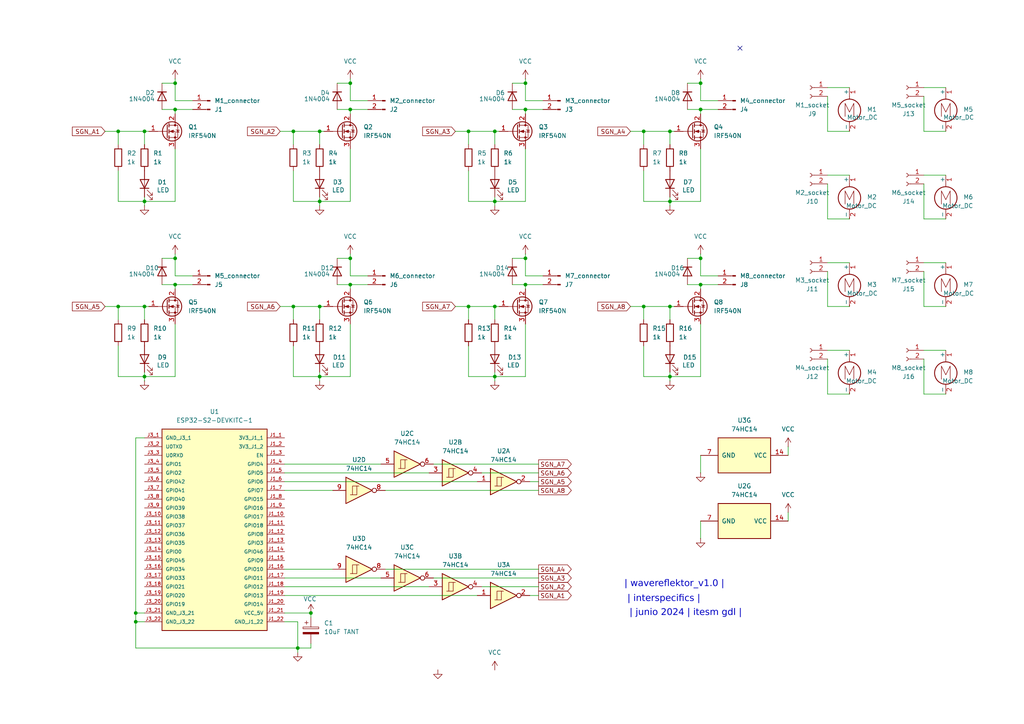
<source format=kicad_sch>
(kicad_sch (version 20231120) (generator "eeschema") (generator_version "8.0")
  (paper "A4")
  (junction (at 101.6 74.93))
  (junction (at 86.36 187.96))
  (junction (at 194.31 109.22))
  (junction (at 39.37 180.34))
  (junction (at 135.89 88.9))
  (junction (at 194.31 38.1))
  (junction (at 101.6 82.55))
  (junction (at 203.2 24.13))
  (junction (at 92.71 38.1))
  (junction (at 152.4 82.55))
  (junction (at 50.8 31.75))
  (junction (at 186.69 38.1))
  (junction (at 50.8 82.55))
  (junction (at 41.91 58.42))
  (junction (at 186.69 88.9))
  (junction (at 143.51 58.42))
  (junction (at 85.09 38.1))
  (junction (at 50.8 24.13))
  (junction (at 143.51 38.1))
  (junction (at 92.71 88.9))
  (junction (at 152.4 24.13))
  (junction (at 50.8 74.93))
  (junction (at 34.29 38.1))
  (junction (at 41.91 109.22))
  (junction (at 194.31 88.9))
  (junction (at 41.91 88.9))
  (junction (at 203.2 82.55))
  (junction (at 152.4 31.75))
  (junction (at 143.51 88.9))
  (junction (at 101.6 31.75))
  (junction (at 194.31 58.42))
  (junction (at 34.29 88.9))
  (junction (at 85.09 88.9))
  (junction (at 152.4 74.93))
  (junction (at 203.2 74.93))
  (junction (at 203.2 31.75))
  (junction (at 92.71 109.22))
  (junction (at 135.89 38.1))
  (junction (at 90.17 177.8))
  (junction (at 143.51 109.22))
  (junction (at 41.91 38.1))
  (junction (at 92.71 58.42))
  (junction (at 39.37 177.8))
  (junction (at 101.6 24.13))
  (no_connect (at 214.63 13.97))
  (wire (pts (xy 148.59 24.13) (xy 152.4 24.13)))
  (wire (pts (xy 82.55 142.24) (xy 96.52 142.24)))
  (wire (pts (xy 101.6 73.66) (xy 101.6 74.93)))
  (wire (pts (xy 267.97 88.9) (xy 274.32 88.9)))
  (wire (pts (xy 85.09 109.22) (xy 92.71 109.22)))
  (wire (pts (xy 101.6 74.93) (xy 101.6 80.01)))
  (wire (pts (xy 143.51 109.22) (xy 143.51 110.49)))
  (wire (pts (xy 50.8 43.18) (xy 50.8 58.42)))
  (wire (pts (xy 82.55 167.64) (xy 110.49 167.64)))
  (wire (pts (xy 148.59 82.55) (xy 152.4 82.55)))
  (wire (pts (xy 97.79 82.55) (xy 101.6 82.55)))
  (wire (pts (xy 135.89 100.33) (xy 135.89 109.22)))
  (wire (pts (xy 86.36 187.96) (xy 86.36 189.23)))
  (wire (pts (xy 92.71 57.15) (xy 92.71 58.42)))
  (wire (pts (xy 135.89 38.1) (xy 143.51 38.1)))
  (wire (pts (xy 50.8 58.42) (xy 41.91 58.42)))
  (wire (pts (xy 203.2 74.93) (xy 203.2 80.01)))
  (wire (pts (xy 203.2 31.75) (xy 203.2 33.02)))
  (wire (pts (xy 195.58 38.1) (xy 194.31 38.1)))
  (wire (pts (xy 85.09 92.71) (xy 85.09 88.9)))
  (wire (pts (xy 101.6 58.42) (xy 92.71 58.42)))
  (wire (pts (xy 92.71 109.22) (xy 92.71 110.49)))
  (wire (pts (xy 228.6 148.59) (xy 228.6 151.13)))
  (wire (pts (xy 34.29 49.53) (xy 34.29 58.42)))
  (wire (pts (xy 92.71 38.1) (xy 92.71 41.91)))
  (wire (pts (xy 240.03 38.1) (xy 246.38 38.1)))
  (wire (pts (xy 97.79 24.13) (xy 101.6 24.13)))
  (wire (pts (xy 135.89 58.42) (xy 143.51 58.42)))
  (wire (pts (xy 34.29 38.1) (xy 41.91 38.1)))
  (wire (pts (xy 43.18 88.9) (xy 41.91 88.9)))
  (wire (pts (xy 39.37 180.34) (xy 41.91 180.34)))
  (wire (pts (xy 81.28 88.9) (xy 85.09 88.9)))
  (wire (pts (xy 240.03 101.6) (xy 246.38 101.6)))
  (wire (pts (xy 50.8 31.75) (xy 55.88 31.75)))
  (wire (pts (xy 101.6 82.55) (xy 101.6 83.82)))
  (wire (pts (xy 152.4 82.55) (xy 157.48 82.55)))
  (wire (pts (xy 90.17 179.07) (xy 90.17 177.8)))
  (wire (pts (xy 152.4 74.93) (xy 152.4 80.01)))
  (wire (pts (xy 86.36 180.34) (xy 86.36 187.96)))
  (wire (pts (xy 152.4 31.75) (xy 152.4 33.02)))
  (wire (pts (xy 90.17 186.69) (xy 90.17 187.96)))
  (wire (pts (xy 240.03 53.34) (xy 240.03 63.5)))
  (wire (pts (xy 203.2 151.13) (xy 203.2 156.21)))
  (wire (pts (xy 101.6 43.18) (xy 101.6 58.42)))
  (wire (pts (xy 203.2 93.98) (xy 203.2 109.22)))
  (wire (pts (xy 203.2 132.08) (xy 203.2 137.16)))
  (wire (pts (xy 50.8 82.55) (xy 55.88 82.55)))
  (wire (pts (xy 139.7 137.16) (xy 156.21 137.16)))
  (wire (pts (xy 267.97 53.34) (xy 267.97 63.5)))
  (wire (pts (xy 39.37 180.34) (xy 39.37 187.96)))
  (wire (pts (xy 101.6 24.13) (xy 101.6 29.21)))
  (wire (pts (xy 148.59 74.93) (xy 152.4 74.93)))
  (wire (pts (xy 240.03 78.74) (xy 240.03 88.9)))
  (wire (pts (xy 135.89 109.22) (xy 143.51 109.22)))
  (wire (pts (xy 267.97 63.5) (xy 274.32 63.5)))
  (wire (pts (xy 152.4 80.01) (xy 157.48 80.01)))
  (wire (pts (xy 101.6 22.86) (xy 101.6 24.13)))
  (wire (pts (xy 143.51 107.95) (xy 143.51 109.22)))
  (wire (pts (xy 82.55 177.8) (xy 90.17 177.8)))
  (wire (pts (xy 85.09 58.42) (xy 92.71 58.42)))
  (wire (pts (xy 135.89 41.91) (xy 135.89 38.1)))
  (wire (pts (xy 186.69 38.1) (xy 194.31 38.1)))
  (wire (pts (xy 50.8 80.01) (xy 55.88 80.01)))
  (wire (pts (xy 148.59 31.75) (xy 152.4 31.75)))
  (wire (pts (xy 135.89 92.71) (xy 135.89 88.9)))
  (wire (pts (xy 85.09 88.9) (xy 92.71 88.9)))
  (wire (pts (xy 41.91 177.8) (xy 39.37 177.8)))
  (wire (pts (xy 267.97 114.3) (xy 274.32 114.3)))
  (wire (pts (xy 186.69 100.33) (xy 186.69 109.22)))
  (wire (pts (xy 203.2 109.22) (xy 194.31 109.22)))
  (wire (pts (xy 267.97 78.74) (xy 267.97 88.9)))
  (wire (pts (xy 34.29 88.9) (xy 41.91 88.9)))
  (wire (pts (xy 41.91 58.42) (xy 41.91 59.69)))
  (wire (pts (xy 93.98 38.1) (xy 92.71 38.1)))
  (wire (pts (xy 182.88 88.9) (xy 186.69 88.9)))
  (wire (pts (xy 153.67 139.7) (xy 156.21 139.7)))
  (wire (pts (xy 34.29 92.71) (xy 34.29 88.9)))
  (wire (pts (xy 267.97 25.4) (xy 274.32 25.4)))
  (wire (pts (xy 194.31 109.22) (xy 194.31 110.49)))
  (wire (pts (xy 125.73 167.64) (xy 156.21 167.64)))
  (wire (pts (xy 143.51 88.9) (xy 143.51 92.71)))
  (wire (pts (xy 152.4 82.55) (xy 152.4 83.82)))
  (wire (pts (xy 203.2 43.18) (xy 203.2 58.42)))
  (wire (pts (xy 152.4 109.22) (xy 143.51 109.22)))
  (wire (pts (xy 82.55 165.1) (xy 96.52 165.1)))
  (wire (pts (xy 203.2 22.86) (xy 203.2 24.13)))
  (wire (pts (xy 267.97 76.2) (xy 274.32 76.2)))
  (wire (pts (xy 34.29 100.33) (xy 34.29 109.22)))
  (wire (pts (xy 41.91 88.9) (xy 41.91 92.71)))
  (wire (pts (xy 143.51 58.42) (xy 143.51 59.69)))
  (wire (pts (xy 144.78 38.1) (xy 143.51 38.1)))
  (wire (pts (xy 101.6 93.98) (xy 101.6 109.22)))
  (wire (pts (xy 46.99 74.93) (xy 50.8 74.93)))
  (wire (pts (xy 240.03 27.94) (xy 240.03 38.1)))
  (wire (pts (xy 39.37 177.8) (xy 39.37 180.34)))
  (wire (pts (xy 85.09 49.53) (xy 85.09 58.42)))
  (wire (pts (xy 182.88 38.1) (xy 186.69 38.1)))
  (wire (pts (xy 50.8 93.98) (xy 50.8 109.22)))
  (wire (pts (xy 203.2 73.66) (xy 203.2 74.93)))
  (wire (pts (xy 50.8 73.66) (xy 50.8 74.93)))
  (wire (pts (xy 240.03 88.9) (xy 246.38 88.9)))
  (wire (pts (xy 194.31 107.95) (xy 194.31 109.22)))
  (wire (pts (xy 194.31 88.9) (xy 194.31 92.71)))
  (wire (pts (xy 101.6 31.75) (xy 106.68 31.75)))
  (wire (pts (xy 135.89 49.53) (xy 135.89 58.42)))
  (wire (pts (xy 82.55 134.62) (xy 110.49 134.62)))
  (wire (pts (xy 143.51 38.1) (xy 143.51 41.91)))
  (wire (pts (xy 186.69 49.53) (xy 186.69 58.42)))
  (wire (pts (xy 50.8 24.13) (xy 50.8 29.21)))
  (wire (pts (xy 50.8 82.55) (xy 50.8 83.82)))
  (wire (pts (xy 111.76 165.1) (xy 156.21 165.1)))
  (wire (pts (xy 135.89 88.9) (xy 143.51 88.9)))
  (wire (pts (xy 39.37 187.96) (xy 86.36 187.96)))
  (wire (pts (xy 203.2 58.42) (xy 194.31 58.42)))
  (wire (pts (xy 85.09 41.91) (xy 85.09 38.1)))
  (wire (pts (xy 92.71 88.9) (xy 92.71 92.71)))
  (wire (pts (xy 41.91 38.1) (xy 41.91 41.91)))
  (wire (pts (xy 41.91 57.15) (xy 41.91 58.42)))
  (wire (pts (xy 34.29 109.22) (xy 41.91 109.22)))
  (wire (pts (xy 186.69 88.9) (xy 194.31 88.9)))
  (wire (pts (xy 199.39 24.13) (xy 203.2 24.13)))
  (wire (pts (xy 153.67 172.72) (xy 156.21 172.72)))
  (wire (pts (xy 152.4 31.75) (xy 157.48 31.75)))
  (wire (pts (xy 34.29 58.42) (xy 41.91 58.42)))
  (wire (pts (xy 111.76 142.24) (xy 156.21 142.24)))
  (wire (pts (xy 152.4 73.66) (xy 152.4 74.93)))
  (wire (pts (xy 50.8 31.75) (xy 50.8 33.02)))
  (wire (pts (xy 240.03 76.2) (xy 246.38 76.2)))
  (wire (pts (xy 267.97 101.6) (xy 274.32 101.6)))
  (wire (pts (xy 46.99 31.75) (xy 50.8 31.75)))
  (wire (pts (xy 101.6 29.21) (xy 106.68 29.21)))
  (wire (pts (xy 194.31 58.42) (xy 194.31 59.69)))
  (wire (pts (xy 101.6 80.01) (xy 106.68 80.01)))
  (wire (pts (xy 50.8 29.21) (xy 55.88 29.21)))
  (wire (pts (xy 267.97 27.94) (xy 267.97 38.1)))
  (wire (pts (xy 39.37 127) (xy 39.37 177.8)))
  (wire (pts (xy 195.58 88.9) (xy 194.31 88.9)))
  (wire (pts (xy 30.48 88.9) (xy 34.29 88.9)))
  (wire (pts (xy 152.4 24.13) (xy 152.4 29.21)))
  (wire (pts (xy 186.69 41.91) (xy 186.69 38.1)))
  (wire (pts (xy 240.03 50.8) (xy 246.38 50.8)))
  (wire (pts (xy 82.55 180.34) (xy 86.36 180.34)))
  (wire (pts (xy 82.55 137.16) (xy 124.46 137.16)))
  (wire (pts (xy 81.28 38.1) (xy 85.09 38.1)))
  (wire (pts (xy 240.03 63.5) (xy 246.38 63.5)))
  (wire (pts (xy 186.69 58.42) (xy 194.31 58.42)))
  (wire (pts (xy 152.4 58.42) (xy 143.51 58.42)))
  (wire (pts (xy 50.8 74.93) (xy 50.8 80.01)))
  (wire (pts (xy 85.09 38.1) (xy 92.71 38.1)))
  (wire (pts (xy 46.99 82.55) (xy 50.8 82.55)))
  (wire (pts (xy 50.8 22.86) (xy 50.8 24.13)))
  (wire (pts (xy 139.7 170.18) (xy 156.21 170.18)))
  (wire (pts (xy 152.4 43.18) (xy 152.4 58.42)))
  (wire (pts (xy 82.55 170.18) (xy 124.46 170.18)))
  (wire (pts (xy 186.69 109.22) (xy 194.31 109.22)))
  (wire (pts (xy 203.2 80.01) (xy 208.28 80.01)))
  (wire (pts (xy 46.99 24.13) (xy 50.8 24.13)))
  (wire (pts (xy 132.08 38.1) (xy 135.89 38.1)))
  (wire (pts (xy 143.51 57.15) (xy 143.51 58.42)))
  (wire (pts (xy 194.31 38.1) (xy 194.31 41.91)))
  (wire (pts (xy 41.91 109.22) (xy 41.91 110.49)))
  (wire (pts (xy 43.18 38.1) (xy 41.91 38.1)))
  (wire (pts (xy 90.17 187.96) (xy 86.36 187.96)))
  (wire (pts (xy 132.08 88.9) (xy 135.89 88.9)))
  (wire (pts (xy 152.4 29.21) (xy 157.48 29.21)))
  (wire (pts (xy 97.79 31.75) (xy 101.6 31.75)))
  (wire (pts (xy 97.79 74.93) (xy 101.6 74.93)))
  (wire (pts (xy 267.97 50.8) (xy 274.32 50.8)))
  (wire (pts (xy 93.98 88.9) (xy 92.71 88.9)))
  (wire (pts (xy 30.48 38.1) (xy 34.29 38.1)))
  (wire (pts (xy 240.03 114.3) (xy 246.38 114.3)))
  (wire (pts (xy 199.39 74.93) (xy 203.2 74.93)))
  (wire (pts (xy 82.55 172.72) (xy 138.43 172.72)))
  (wire (pts (xy 203.2 31.75) (xy 208.28 31.75)))
  (wire (pts (xy 101.6 109.22) (xy 92.71 109.22)))
  (wire (pts (xy 144.78 88.9) (xy 143.51 88.9)))
  (wire (pts (xy 92.71 58.42) (xy 92.71 59.69)))
  (wire (pts (xy 34.29 41.91) (xy 34.29 38.1)))
  (wire (pts (xy 101.6 82.55) (xy 106.68 82.55)))
  (wire (pts (xy 41.91 127) (xy 39.37 127)))
  (wire (pts (xy 85.09 100.33) (xy 85.09 109.22)))
  (wire (pts (xy 41.91 107.95) (xy 41.91 109.22)))
  (wire (pts (xy 203.2 82.55) (xy 208.28 82.55)))
  (wire (pts (xy 101.6 31.75) (xy 101.6 33.02)))
  (wire (pts (xy 125.73 134.62) (xy 156.21 134.62)))
  (wire (pts (xy 203.2 82.55) (xy 203.2 83.82)))
  (wire (pts (xy 203.2 24.13) (xy 203.2 29.21)))
  (wire (pts (xy 199.39 82.55) (xy 203.2 82.55)))
  (wire (pts (xy 228.6 129.54) (xy 228.6 132.08)))
  (wire (pts (xy 267.97 38.1) (xy 274.32 38.1)))
  (wire (pts (xy 92.71 107.95) (xy 92.71 109.22)))
  (wire (pts (xy 152.4 22.86) (xy 152.4 24.13)))
  (wire (pts (xy 240.03 104.14) (xy 240.03 114.3)))
  (wire (pts (xy 50.8 109.22) (xy 41.91 109.22)))
  (wire (pts (xy 82.55 139.7) (xy 138.43 139.7)))
  (wire (pts (xy 186.69 92.71) (xy 186.69 88.9)))
  (wire (pts (xy 240.03 25.4) (xy 246.38 25.4)))
  (wire (pts (xy 194.31 57.15) (xy 194.31 58.42)))
  (wire (pts (xy 267.97 104.14) (xy 267.97 114.3)))
  (wire (pts (xy 152.4 93.98) (xy 152.4 109.22)))
  (wire (pts (xy 203.2 29.21) (xy 208.28 29.21)))
  (wire (pts (xy 199.39 31.75) (xy 203.2 31.75)))
  (text "| interspecifics |" (at 192.532 174.244 0) (effects (font (size 1.905 1.905))))
  (text "| junio 2024 | itesm gdl |" (at 198.882 178.308 0) (effects (font (size 1.905 1.905))))
  (text "| wavereflektor_v1.0 |" (at 195.58 169.926 0) (effects (font (size 1.905 1.905))))
  (global_label "SGN_A2" (shape output) (at 156.21 170.18 0) (property "Intersheetrefs" "${INTERSHEET_REFS}" (effects (hide yes))))
  (global_label "SGN_A7" (shape input) (at 132.08 88.9 180) (property "Intersheetrefs" "${INTERSHEET_REFS}" (effects (hide yes))))
  (global_label "SGN_A4" (shape output) (at 156.21 165.1 0) (property "Intersheetrefs" "${INTERSHEET_REFS}" (effects (hide yes))))
  (global_label "SGN_A8" (shape output) (at 156.21 142.24 0) (property "Intersheetrefs" "${INTERSHEET_REFS}" (effects (hide yes))))
  (global_label "SGN_A6" (shape output) (at 156.21 137.16 0) (property "Intersheetrefs" "${INTERSHEET_REFS}" (effects (hide yes))))
  (global_label "SGN_A5" (shape output) (at 156.21 139.7 0) (property "Intersheetrefs" "${INTERSHEET_REFS}" (effects (hide yes))))
  (global_label "SGN_A1" (shape output) (at 156.21 172.72 0) (property "Intersheetrefs" "${INTERSHEET_REFS}" (effects (hide yes))))
  (global_label "SGN_A6" (shape input) (at 81.28 88.9 180) (property "Intersheetrefs" "${INTERSHEET_REFS}" (effects (hide yes))))
  (global_label "SGN_A2" (shape input) (at 81.28 38.1 180) (property "Intersheetrefs" "${INTERSHEET_REFS}" (effects (hide yes))))
  (global_label "SGN_A3" (shape output) (at 156.21 167.64 0) (property "Intersheetrefs" "${INTERSHEET_REFS}" (effects (hide yes))))
  (global_label "SGN_A7" (shape output) (at 156.21 134.62 0) (property "Intersheetrefs" "${INTERSHEET_REFS}" (effects (hide yes))))
  (global_label "SGN_A3" (shape input) (at 132.08 38.1 180) (property "Intersheetrefs" "${INTERSHEET_REFS}" (effects (hide yes))))
  (global_label "SGN_A4" (shape input) (at 182.88 38.1 180) (property "Intersheetrefs" "${INTERSHEET_REFS}" (effects (hide yes))))
  (global_label "SGN_A1" (shape input) (at 30.48 38.1 180) (property "Intersheetrefs" "${INTERSHEET_REFS}" (effects (hide yes))))
  (global_label "SGN_A5" (shape input) (at 30.48 88.9 180) (property "Intersheetrefs" "${INTERSHEET_REFS}" (effects (hide yes))))
  (global_label "SGN_A8" (shape input) (at 182.88 88.9 180) (property "Intersheetrefs" "${INTERSHEET_REFS}" (effects (hide yes))))
  (symbol (lib_id "power:VCC") (at 203.2 22.86 0) (unit 1)
    (property "Reference" "#PWR08" (effects (hide yes)))
    (property "Value" "VCC" (at 203.2 17.78 0))
    (property "Description" "Power symbol creates a global label with name \"VCC\"" (effects (hide yes)))
  )
  (symbol (lib_id "power:VCC") (at 152.4 73.66 0) (unit 1)
    (property "Reference" "#PWR014" (effects (hide yes)))
    (property "Value" "VCC" (at 152.4 68.58 0))
    (property "Description" "Power symbol creates a global label with name \"VCC\"" (effects (hide yes)))
  )
  (symbol (lib_id "Diode:1N4004") (at 46.99 78.74 270) (unit 1)
    (property "Reference" "D10" (at 42.164 77.724 90) (effects (justify left)))
    (property "Value" "1N4004" (at 37.338 79.502 90) (effects (justify left)))
    (property "Footprint" "Diode_THT:D_DO-35_SOD27_P7.62mm_Horizontal" (effects (hide yes)))
    (property "Datasheet" "http://www.vishay.com/docs/88503/1n4001.pdf" (effects (hide yes)))
    (property "Description" "400V 1A General Purpose Rectifier Diode, DO-41" (effects (hide yes)))
    (property "Sim.Device" "D" (effects (hide yes)))
    (property "Sim.Pins" "1=K 2=A" (effects (hide yes)))
  )
  (symbol (lib_id "Motor:Motor_DC") (at 274.32 106.68 0) (unit 1)
    (property "Reference" "M8" (at 279.4 107.9499 0) (effects (justify left)))
    (property "Value" "Motor_DC" (at 273.304 110.49 0) (effects (justify left)))
    (property "Description" "DC Motor" (effects (hide yes)))
  )
  (symbol (lib_id "Device:LED") (at 143.51 53.34 90) (unit 1)
    (property "Reference" "D5" (at 147.32 52.832 90) (effects (justify right)))
    (property "Value" "LED" (at 147.066 55.118 90) (effects (justify right)))
    (property "Footprint" "LED_THT:LED_D3.0mm" (effects (hide yes)))
    (property "Description" "Light emitting diode" (effects (hide yes)))
  )
  (symbol (lib_id "power:GND") (at 41.91 110.49 0) (unit 1)
    (property "Reference" "#PWR09" (effects (hide yes)))
    (property "Value" "GND" (effects (hide yes)))
    (property "Description" "Power symbol creates a global label with name \"GND\" , ground" (effects (hide yes)))
  )
  (symbol (lib_id "Device:LED") (at 92.71 53.34 90) (unit 1)
    (property "Reference" "D3" (at 96.52 52.832 90) (effects (justify right)))
    (property "Value" "LED" (at 96.266 55.118 90) (effects (justify right)))
    (property "Footprint" "LED_THT:LED_D3.0mm" (effects (hide yes)))
    (property "Description" "Light emitting diode" (effects (hide yes)))
  )
  (symbol (lib_id "Device:LED") (at 194.31 53.34 90) (unit 1)
    (property "Reference" "D7" (at 198.12 52.832 90) (effects (justify right)))
    (property "Value" "LED" (at 197.866 55.118 90) (effects (justify right)))
    (property "Footprint" "LED_THT:LED_D3.0mm" (effects (hide yes)))
    (property "Description" "Light emitting diode" (effects (hide yes)))
  )
  (symbol (lib_id "Connector:Conn_01x02_Pin") (at 213.36 80.01 0) (mirror y) (unit 1)
    (property "Reference" "J8" (at 214.63 82.5501 0) (effects (justify right)))
    (property "Value" "M8_connector" (at 214.63 80.0101 0) (effects (justify right)))
    (property "Footprint" "TerminalBlock_Altech:Altech_AK100_1x02_P5.00mm" (effects (hide yes)))
    (property "Description" "Generic connector, single row, 01x02, script generated" (effects (hide yes)))
  )
  (symbol (lib_id "Device:LED") (at 92.71 104.14 90) (unit 1)
    (property "Reference" "D11" (at 96.52 103.632 90) (effects (justify right)))
    (property "Value" "LED" (at 96.266 105.918 90) (effects (justify right)))
    (property "Footprint" "LED_THT:LED_D3.0mm" (effects (hide yes)))
    (property "Description" "Light emitting diode" (effects (hide yes)))
  )
  (symbol (lib_id "Device:R") (at 186.69 96.52 0) (unit 1)
    (property "Reference" "R15" (at 189.23 95.2499 0) (effects (justify left)))
    (property "Value" "1k" (at 189.23 97.7899 0) (effects (justify left)))
    (property "Footprint" "Resistor_THT:R_Axial_DIN0204_L3.6mm_D1.6mm_P7.62mm_Horizontal" (effects (hide yes)))
    (property "Description" "Resistor" (effects (hide yes)))
  )
  (symbol (lib_id "power:GND") (at 127 194.31 0) (unit 1)
    (property "Reference" "#PWR018" (effects (hide yes)))
    (property "Value" "GND" (effects (hide yes)))
    (property "Description" "Power symbol creates a global label with name \"GND\" , ground" (effects (hide yes)))
  )
  (symbol (lib_id "Device:R") (at 194.31 45.72 0) (unit 1)
    (property "Reference" "R8" (at 196.85 44.4499 0) (effects (justify left)))
    (property "Value" "1k" (at 196.85 46.9899 0) (effects (justify left)))
    (property "Footprint" "Resistor_THT:R_Axial_DIN0204_L3.6mm_D1.6mm_P7.62mm_Horizontal" (effects (hide yes)))
    (property "Description" "Resistor" (effects (hide yes)))
  )
  (symbol (lib_id "Motor:Motor_DC") (at 274.32 55.88 0) (unit 1)
    (property "Reference" "M6" (at 279.4 57.1499 0) (effects (justify left)))
    (property "Value" "Motor_DC" (at 273.304 59.69 0) (effects (justify left)))
    (property "Description" "DC Motor" (effects (hide yes)))
  )
  (symbol (lib_id "Connector:Conn_01x02_Socket") (at 234.95 76.2 0) (mirror y) (unit 1)
    (property "Reference" "J11" (at 235.585 83.82 0))
    (property "Value" "M3_socket" (at 235.585 81.28 0))
    (property "Description" "Generic connector, single row, 01x02, script generated" (effects (hide yes)))
  )
  (symbol (lib_id "Connector:Conn_01x02_Socket") (at 234.95 25.4 0) (mirror y) (unit 1)
    (property "Reference" "J9" (at 235.585 33.02 0))
    (property "Value" "M1_socket" (at 235.585 30.48 0))
    (property "Description" "Generic connector, single row, 01x02, script generated" (effects (hide yes)))
  )
  (symbol (lib_id "Connector:Conn_01x02_Socket") (at 234.95 101.6 0) (mirror y) (unit 1)
    (property "Reference" "J12" (at 235.585 109.22 0))
    (property "Value" "M4_socket" (at 235.585 106.68 0))
    (property "Description" "Generic connector, single row, 01x02, script generated" (effects (hide yes)))
  )
  (symbol (lib_id "Diode:1N4004") (at 46.99 27.94 270) (unit 1)
    (property "Reference" "D2" (at 42.164 26.924 90) (effects (justify left)))
    (property "Value" "1N4004" (at 37.338 28.702 90) (effects (justify left)))
    (property "Footprint" "Diode_THT:D_DO-35_SOD27_P7.62mm_Horizontal" (effects (hide yes)))
    (property "Datasheet" "http://www.vishay.com/docs/88503/1n4001.pdf" (effects (hide yes)))
    (property "Description" "400V 1A General Purpose Rectifier Diode, DO-41" (effects (hide yes)))
    (property "Sim.Device" "D" (effects (hide yes)))
    (property "Sim.Pins" "1=K 2=A" (effects (hide yes)))
  )
  (symbol (lib_id "Diode:1N4004") (at 148.59 78.74 270) (unit 1)
    (property "Reference" "D14" (at 143.764 77.724 90) (effects (justify left)))
    (property "Value" "1N4004" (at 138.938 79.502 90) (effects (justify left)))
    (property "Footprint" "Diode_THT:D_DO-35_SOD27_P7.62mm_Horizontal" (effects (hide yes)))
    (property "Datasheet" "http://www.vishay.com/docs/88503/1n4001.pdf" (effects (hide yes)))
    (property "Description" "400V 1A General Purpose Rectifier Diode, DO-41" (effects (hide yes)))
    (property "Sim.Device" "D" (effects (hide yes)))
    (property "Sim.Pins" "1=K 2=A" (effects (hide yes)))
  )
  (symbol (lib_id "Device:R") (at 135.89 45.72 0) (unit 1)
    (property "Reference" "R5" (at 138.43 44.4499 0) (effects (justify left)))
    (property "Value" "1k" (at 138.43 46.9899 0) (effects (justify left)))
    (property "Footprint" "Resistor_THT:R_Axial_DIN0204_L3.6mm_D1.6mm_P7.62mm_Horizontal" (effects (hide yes)))
    (property "Description" "Resistor" (effects (hide yes)))
  )
  (symbol (lib_id "Motor:Motor_DC") (at 246.38 55.88 0) (unit 1)
    (property "Reference" "M2" (at 251.46 57.1499 0) (effects (justify left)))
    (property "Value" "Motor_DC" (at 245.364 59.69 0) (effects (justify left)))
    (property "Description" "DC Motor" (effects (hide yes)))
  )
  (symbol (lib_id "power:GND") (at 92.71 110.49 0) (unit 1)
    (property "Reference" "#PWR011" (effects (hide yes)))
    (property "Value" "GND" (effects (hide yes)))
    (property "Description" "Power symbol creates a global label with name \"GND\" , ground" (effects (hide yes)))
  )
  (symbol (lib_id "Motor:Motor_DC") (at 246.38 106.68 0) (unit 1)
    (property "Reference" "M4" (at 251.46 107.9499 0) (effects (justify left)))
    (property "Value" "Motor_DC" (at 245.364 110.49 0) (effects (justify left)))
    (property "Description" "DC Motor" (effects (hide yes)))
  )
  (symbol (lib_id "Connector:Conn_01x02_Pin") (at 162.56 29.21 0) (mirror y) (unit 1)
    (property "Reference" "J3" (at 163.83 31.7501 0) (effects (justify right)))
    (property "Value" "M3_connector" (at 163.83 29.2101 0) (effects (justify right)))
    (property "Footprint" "TerminalBlock_Altech:Altech_AK100_1x02_P5.00mm" (effects (hide yes)))
    (property "Description" "Generic connector, single row, 01x02, script generated" (effects (hide yes)))
  )
  (symbol (lib_id "74xx:74HC14") (at 118.11 134.62 0) (unit 3)
    (property "Reference" "U2" (at 118.11 125.73 0))
    (property "Value" "74HC14" (at 118.11 128.27 0))
    (property "Footprint" "Package_DIP:DIP-14_W7.62mm" (effects (hide yes)))
    (property "Datasheet" "http://www.ti.com/lit/gpn/sn74HC14" (effects (hide yes)))
    (property "Description" "Hex inverter schmitt trigger" (effects (hide yes)))
  )
  (symbol (lib_id "Connector:Conn_01x02_Socket") (at 262.89 25.4 0) (mirror y) (unit 1)
    (property "Reference" "J13" (at 263.525 33.02 0))
    (property "Value" "M5_socket" (at 263.525 30.48 0))
    (property "Description" "Generic connector, single row, 01x02, script generated" (effects (hide yes)))
  )
  (symbol (lib_id "Device:R") (at 41.91 96.52 0) (unit 1)
    (property "Reference" "R10" (at 44.45 95.2499 0) (effects (justify left)))
    (property "Value" "1k" (at 44.45 97.7899 0) (effects (justify left)))
    (property "Footprint" "Resistor_THT:R_Axial_DIN0204_L3.6mm_D1.6mm_P7.62mm_Horizontal" (effects (hide yes)))
    (property "Description" "Resistor" (effects (hide yes)))
  )
  (symbol (lib_id "Device:R") (at 135.89 96.52 0) (unit 1)
    (property "Reference" "R13" (at 138.43 95.2499 0) (effects (justify left)))
    (property "Value" "1k" (at 138.43 97.7899 0) (effects (justify left)))
    (property "Footprint" "Resistor_THT:R_Axial_DIN0204_L3.6mm_D1.6mm_P7.62mm_Horizontal" (effects (hide yes)))
    (property "Description" "Resistor" (effects (hide yes)))
  )
  (symbol (lib_id "power:VCC") (at 50.8 22.86 0) (unit 1)
    (property "Reference" "#PWR02" (effects (hide yes)))
    (property "Value" "VCC" (at 50.8 17.78 0))
    (property "Description" "Power symbol creates a global label with name \"VCC\"" (effects (hide yes)))
  )
  (symbol (lib_id "Device:R") (at 186.69 45.72 0) (unit 1)
    (property "Reference" "R7" (at 189.23 44.4499 0) (effects (justify left)))
    (property "Value" "1k" (at 189.23 46.9899 0) (effects (justify left)))
    (property "Footprint" "Resistor_THT:R_Axial_DIN0204_L3.6mm_D1.6mm_P7.62mm_Horizontal" (effects (hide yes)))
    (property "Description" "Resistor" (effects (hide yes)))
  )
  (symbol (lib_id "74xx:74HC14") (at 215.9 132.08 270) (unit 7)
    (property "Reference" "U3" (at 215.9 121.92 90))
    (property "Value" "74HC14" (at 215.9 124.46 90))
    (property "Footprint" "Package_DIP:DIP-14_W7.62mm" (effects (hide yes)))
    (property "Datasheet" "http://www.ti.com/lit/gpn/sn74HC14" (effects (hide yes)))
    (property "Description" "Hex inverter schmitt trigger" (effects (hide yes)))
  )
  (symbol (lib_id "Motor:Motor_DC") (at 246.38 81.28 0) (unit 1)
    (property "Reference" "M3" (at 251.46 82.5499 0) (effects (justify left)))
    (property "Value" "Motor_DC" (at 245.618 85.09 0) (effects (justify left)))
    (property "Description" "DC Motor" (effects (hide yes)))
  )
  (symbol (lib_id "power:VCC") (at 152.4 22.86 0) (unit 1)
    (property "Reference" "#PWR06" (effects (hide yes)))
    (property "Value" "VCC" (at 152.4 17.78 0))
    (property "Description" "Power symbol creates a global label with name \"VCC\"" (effects (hide yes)))
  )
  (symbol (lib_id "74xx:74HC14") (at 146.05 172.72 0) (unit 1)
    (property "Reference" "U3" (at 146.05 163.83 0))
    (property "Value" "74HC14" (at 146.05 166.37 0))
    (property "Footprint" "Package_DIP:DIP-14_W7.62mm" (effects (hide yes)))
    (property "Datasheet" "http://www.ti.com/lit/gpn/sn74HC14" (effects (hide yes)))
    (property "Description" "Hex inverter schmitt trigger" (effects (hide yes)))
  )
  (symbol (lib_id "74xx:74HC14") (at 104.14 165.1 0) (unit 4)
    (property "Reference" "U3" (at 104.14 156.21 0))
    (property "Value" "74HC14" (at 104.14 158.75 0))
    (property "Footprint" "Package_DIP:DIP-14_W7.62mm" (effects (hide yes)))
    (property "Datasheet" "http://www.ti.com/lit/gpn/sn74HC14" (effects (hide yes)))
    (property "Description" "Hex inverter schmitt trigger" (effects (hide yes)))
  )
  (symbol (lib_id "Connector:Conn_01x02_Socket") (at 262.89 76.2 0) (mirror y) (unit 1)
    (property "Reference" "J15" (at 263.525 83.82 0))
    (property "Value" "M7_socket" (at 263.525 81.28 0))
    (property "Footprint" "TerminalBlock_Altech:Altech_AK100_1x02_P5.00mm" (effects (hide yes)))
    (property "Description" "Generic connector, single row, 01x02, script generated" (effects (hide yes)))
  )
  (symbol (lib_id "Device:R") (at 92.71 45.72 0) (unit 1)
    (property "Reference" "R4" (at 95.25 44.4499 0) (effects (justify left)))
    (property "Value" "1k" (at 95.25 46.9899 0) (effects (justify left)))
    (property "Footprint" "Resistor_THT:R_Axial_DIN0204_L3.6mm_D1.6mm_P7.62mm_Horizontal" (effects (hide yes)))
    (property "Description" "Resistor" (effects (hide yes)))
  )
  (symbol (lib_id "power:GND") (at 143.51 59.69 0) (unit 1)
    (property "Reference" "#PWR05" (effects (hide yes)))
    (property "Value" "GND" (effects (hide yes)))
    (property "Description" "Power symbol creates a global label with name \"GND\" , ground" (effects (hide yes)))
  )
  (symbol (lib_id "Device:C_Polarized") (at 90.17 182.88 0) (unit 1)
    (property "Reference" "C1" (at 93.98 180.7209 0) (effects (justify left)))
    (property "Value" "10uF TANT" (at 93.98 183.2609 0) (effects (justify left)))
    (property "Footprint" "Capacitor_THT:CP_Radial_Tantal_D4.5mm_P2.50mm" (effects (hide yes)))
    (property "Description" "Polarized capacitor" (effects (hide yes)))
  )
  (symbol (lib_id "power:VCC") (at 143.51 194.31 0) (unit 1)
    (property "Reference" "#PWR020" (effects (hide yes)))
    (property "Value" "VCC" (at 143.51 189.23 0))
    (property "Description" "Power symbol creates a global label with name \"VCC\"" (effects (hide yes)))
  )
  (symbol (lib_id "74xx:74HC14") (at 104.14 142.24 0) (unit 4)
    (property "Reference" "U2" (at 104.14 133.35 0))
    (property "Value" "74HC14" (at 104.14 135.89 0))
    (property "Footprint" "Package_DIP:DIP-14_W7.62mm" (effects (hide yes)))
    (property "Datasheet" "http://www.ti.com/lit/gpn/sn74HC14" (effects (hide yes)))
    (property "Description" "Hex inverter schmitt trigger" (effects (hide yes)))
  )
  (symbol (lib_id "Device:LED") (at 41.91 53.34 90) (unit 1)
    (property "Reference" "D1" (at 45.72 52.832 90) (effects (justify right)))
    (property "Value" "LED" (at 45.466 55.118 90) (effects (justify right)))
    (property "Footprint" "LED_THT:LED_D3.0mm" (effects (hide yes)))
    (property "Description" "Light emitting diode" (effects (hide yes)))
  )
  (symbol (lib_id "74xx:74HC14") (at 132.08 170.18 0) (unit 2)
    (property "Reference" "U3" (at 132.08 161.29 0))
    (property "Value" "74HC14" (at 132.08 163.83 0))
    (property "Footprint" "Package_DIP:DIP-14_W7.62mm" (effects (hide yes)))
    (property "Datasheet" "http://www.ti.com/lit/gpn/sn74HC14" (effects (hide yes)))
    (property "Description" "Hex inverter schmitt trigger" (effects (hide yes)))
  )
  (symbol (lib_id "power:GND") (at 86.36 189.23 0) (unit 1)
    (property "Reference" "#PWR021" (effects (hide yes)))
    (property "Value" "GND" (effects (hide yes)))
    (property "Description" "Power symbol creates a global label with name \"GND\" , ground" (effects (hide yes)))
  )
  (symbol (lib_id "ESP32-S2-DEVKITC-1:ESP32-S2-DEVKITC-1") (at 62.23 154.94 0) (mirror y) (unit 1)
    (property "Reference" "U1" (at 62.23 119.38 0))
    (property "Value" "ESP32-S2-DEVKITC-1" (at 62.23 121.92 0))
    (property "Footprint" "ESP32-S2-DEVKITC-1:MODULE_ESP32-S2-DEVKITC-1" (effects (hide yes)))
    (property "MF" "Espressif Systems" (effects (hide yes)))
    (property "Description_1" "\nESP32-S ESP32-S2 Transceiver; 802.11 b/g/n (Wi-Fi, WiFi, WLAN) 2.4GHz Evaluation Board\n" (effects (hide yes)))
    (property "Package" "None" (effects (hide yes)))
    (property "Price" "None" (effects (hide yes)))
    (property "Check_prices" "https://www.snapeda.com/parts/ESP32-S2-DEVKITC-1/Espressif+Systems/view-part/?ref=eda" (effects (hide yes)))
    (property "STANDARD" "Manufacturer Recommendations" (effects (hide yes)))
    (property "PARTREV" "1.0" (effects (hide yes)))
    (property "SnapEDA_Link" "https://www.snapeda.com/parts/ESP32-S2-DEVKITC-1/Espressif+Systems/view-part/?ref=snap" (effects (hide yes)))
    (property "MP" "ESP32-S2-DEVKITC-1" (effects (hide yes)))
    (property "Availability" "In Stock" (effects (hide yes)))
    (property "MANUFACTURER" "Espressif Systems" (effects (hide yes)))
  )
  (symbol (lib_id "power:VCC") (at 90.17 177.8 0) (unit 1)
    (property "Reference" "#PWR022" (effects (hide yes)))
    (property "Value" "VCC" (at 89.916 173.736 0))
    (property "Description" "Power symbol creates a global label with name \"VCC\"" (effects (hide yes)))
  )
  (symbol (lib_id "Transistor_FET:IRF540N") (at 48.26 88.9 0) (unit 1)
    (property "Reference" "Q5" (at 54.61 87.6299 0) (effects (justify left)))
    (property "Value" "IRF540N" (at 54.61 90.1699 0) (effects (justify left)))
    (property "Footprint" "Package_TO_SOT_THT:TO-220-3_Vertical" (effects (hide yes)))
    (property "Datasheet" "http://www.irf.com/product-info/datasheets/data/irf540n.pdf" (effects (hide yes)))
    (property "Description" "33A Id, 100V Vds, HEXFET N-Channel MOSFET, TO-220" (effects (hide yes)))
  )
  (symbol (lib_id "power:VCC") (at 228.6 129.54 0) (unit 1)
    (property "Reference" "#PWR019" (effects (hide yes)))
    (property "Value" "VCC" (at 228.6 124.46 0))
    (property "Description" "Power symbol creates a global label with name \"VCC\"" (effects (hide yes)))
  )
  (symbol (lib_id "Device:R") (at 85.09 45.72 0) (unit 1)
    (property "Reference" "R3" (at 87.63 44.4499 0) (effects (justify left)))
    (property "Value" "1k" (at 87.63 46.9899 0) (effects (justify left)))
    (property "Footprint" "Resistor_THT:R_Axial_DIN0204_L3.6mm_D1.6mm_P7.62mm_Horizontal" (effects (hide yes)))
    (property "Description" "Resistor" (effects (hide yes)))
  )
  (symbol (lib_id "Transistor_FET:IRF540N") (at 48.26 38.1 0) (unit 1)
    (property "Reference" "Q1" (at 54.61 36.8299 0) (effects (justify left)))
    (property "Value" "IRF540N" (at 54.61 39.3699 0) (effects (justify left)))
    (property "Footprint" "Package_TO_SOT_THT:TO-220-3_Vertical" (effects (hide yes)))
    (property "Datasheet" "http://www.irf.com/product-info/datasheets/data/irf540n.pdf" (effects (hide yes)))
    (property "Description" "33A Id, 100V Vds, HEXFET N-Channel MOSFET, TO-220" (effects (hide yes)))
  )
  (symbol (lib_id "Transistor_FET:IRF540N") (at 149.86 88.9 0) (unit 1)
    (property "Reference" "Q7" (at 156.21 87.6299 0) (effects (justify left)))
    (property "Value" "IRF540N" (at 156.21 90.1699 0) (effects (justify left)))
    (property "Footprint" "Package_TO_SOT_THT:TO-220-3_Vertical" (effects (hide yes)))
    (property "Datasheet" "http://www.irf.com/product-info/datasheets/data/irf540n.pdf" (effects (hide yes)))
    (property "Description" "33A Id, 100V Vds, HEXFET N-Channel MOSFET, TO-220" (effects (hide yes)))
  )
  (symbol (lib_id "Diode:1N4004") (at 97.79 27.94 270) (unit 1)
    (property "Reference" "D4" (at 92.964 26.924 90) (effects (justify left)))
    (property "Value" "1N4004" (at 88.138 28.702 90) (effects (justify left)))
    (property "Footprint" "Diode_THT:D_DO-35_SOD27_P7.62mm_Horizontal" (effects (hide yes)))
    (property "Datasheet" "http://www.vishay.com/docs/88503/1n4001.pdf" (effects (hide yes)))
    (property "Description" "400V 1A General Purpose Rectifier Diode, DO-41" (effects (hide yes)))
    (property "Sim.Device" "D" (effects (hide yes)))
    (property "Sim.Pins" "1=K 2=A" (effects (hide yes)))
  )
  (symbol (lib_id "power:GND") (at 194.31 110.49 0) (unit 1)
    (property "Reference" "#PWR015" (effects (hide yes)))
    (property "Value" "GND" (effects (hide yes)))
    (property "Description" "Power symbol creates a global label with name \"GND\" , ground" (effects (hide yes)))
  )
  (symbol (lib_id "Motor:Motor_DC") (at 246.38 30.48 0) (unit 1)
    (property "Reference" "M1" (at 251.46 31.7499 0) (effects (justify left)))
    (property "Value" "Motor_DC" (at 245.618 34.036 0) (effects (justify left)))
    (property "Description" "DC Motor" (effects (hide yes)))
  )
  (symbol (lib_id "Motor:Motor_DC") (at 274.32 30.48 0) (unit 1)
    (property "Reference" "M5" (at 279.4 31.7499 0) (effects (justify left)))
    (property "Value" "Motor_DC" (at 273.558 34.036 0) (effects (justify left)))
    (property "Description" "DC Motor" (effects (hide yes)))
  )
  (symbol (lib_id "Device:R") (at 143.51 45.72 0) (unit 1)
    (property "Reference" "R6" (at 146.05 44.4499 0) (effects (justify left)))
    (property "Value" "1k" (at 146.05 46.9899 0) (effects (justify left)))
    (property "Footprint" "Resistor_THT:R_Axial_DIN0204_L3.6mm_D1.6mm_P7.62mm_Horizontal" (effects (hide yes)))
    (property "Description" "Resistor" (effects (hide yes)))
  )
  (symbol (lib_id "power:GND") (at 203.2 156.21 0) (unit 1)
    (property "Reference" "#PWR023" (effects (hide yes)))
    (property "Value" "GND" (effects (hide yes)))
    (property "Description" "Power symbol creates a global label with name \"GND\" , ground" (effects (hide yes)))
  )
  (symbol (lib_id "Device:R") (at 143.51 96.52 0) (unit 1)
    (property "Reference" "R14" (at 146.05 95.2499 0) (effects (justify left)))
    (property "Value" "1k" (at 146.05 97.7899 0) (effects (justify left)))
    (property "Footprint" "Resistor_THT:R_Axial_DIN0204_L3.6mm_D1.6mm_P7.62mm_Horizontal" (effects (hide yes)))
    (property "Description" "Resistor" (effects (hide yes)))
  )
  (symbol (lib_id "74xx:74HC14") (at 132.08 137.16 0) (unit 2)
    (property "Reference" "U2" (at 132.08 128.27 0))
    (property "Value" "74HC14" (at 132.08 130.81 0))
    (property "Footprint" "Package_DIP:DIP-14_W7.62mm" (effects (hide yes)))
    (property "Datasheet" "http://www.ti.com/lit/gpn/sn74HC14" (effects (hide yes)))
    (property "Description" "Hex inverter schmitt trigger" (effects (hide yes)))
  )
  (symbol (lib_id "Connector:Conn_01x02_Pin") (at 111.76 80.01 0) (mirror y) (unit 1)
    (property "Reference" "J6" (at 113.03 82.5501 0) (effects (justify right)))
    (property "Value" "M6_connector" (at 113.03 80.0101 0) (effects (justify right)))
    (property "Footprint" "TerminalBlock_Altech:Altech_AK100_1x02_P5.00mm" (effects (hide yes)))
    (property "Description" "Generic connector, single row, 01x02, script generated" (effects (hide yes)))
  )
  (symbol (lib_id "Transistor_FET:IRF540N") (at 99.06 38.1 0) (unit 1)
    (property "Reference" "Q2" (at 105.41 36.8299 0) (effects (justify left)))
    (property "Value" "IRF540N" (at 105.41 39.3699 0) (effects (justify left)))
    (property "Footprint" "Package_TO_SOT_THT:TO-220-3_Vertical" (effects (hide yes)))
    (property "Datasheet" "http://www.irf.com/product-info/datasheets/data/irf540n.pdf" (effects (hide yes)))
    (property "Description" "33A Id, 100V Vds, HEXFET N-Channel MOSFET, TO-220" (effects (hide yes)))
  )
  (symbol (lib_id "power:GND") (at 143.51 110.49 0) (unit 1)
    (property "Reference" "#PWR013" (effects (hide yes)))
    (property "Value" "GND" (effects (hide yes)))
    (property "Description" "Power symbol creates a global label with name \"GND\" , ground" (effects (hide yes)))
  )
  (symbol (lib_id "power:VCC") (at 228.6 148.59 0) (unit 1)
    (property "Reference" "#PWR024" (effects (hide yes)))
    (property "Value" "VCC" (at 228.6 143.51 0))
    (property "Description" "Power symbol creates a global label with name \"VCC\"" (effects (hide yes)))
  )
  (symbol (lib_id "Device:R") (at 92.71 96.52 0) (unit 1)
    (property "Reference" "R12" (at 95.25 95.2499 0) (effects (justify left)))
    (property "Value" "1k" (at 95.25 97.7899 0) (effects (justify left)))
    (property "Footprint" "Resistor_THT:R_Axial_DIN0204_L3.6mm_D1.6mm_P7.62mm_Horizontal" (effects (hide yes)))
    (property "Description" "Resistor" (effects (hide yes)))
  )
  (symbol (lib_id "Transistor_FET:IRF540N") (at 99.06 88.9 0) (unit 1)
    (property "Reference" "Q6" (at 105.41 87.6299 0) (effects (justify left)))
    (property "Value" "IRF540N" (at 105.41 90.1699 0) (effects (justify left)))
    (property "Footprint" "Package_TO_SOT_THT:TO-220-3_Vertical" (effects (hide yes)))
    (property "Datasheet" "http://www.irf.com/product-info/datasheets/data/irf540n.pdf" (effects (hide yes)))
    (property "Description" "33A Id, 100V Vds, HEXFET N-Channel MOSFET, TO-220" (effects (hide yes)))
  )
  (symbol (lib_id "Device:R") (at 34.29 96.52 0) (unit 1)
    (property "Reference" "R9" (at 36.83 95.2499 0) (effects (justify left)))
    (property "Value" "1k" (at 36.83 97.7899 0) (effects (justify left)))
    (property "Footprint" "Resistor_THT:R_Axial_DIN0204_L3.6mm_D1.6mm_P7.62mm_Horizontal" (effects (hide yes)))
    (property "Description" "Resistor" (effects (hide yes)))
  )
  (symbol (lib_id "Connector:Conn_01x02_Socket") (at 234.95 50.8 0) (mirror y) (unit 1)
    (property "Reference" "J10" (at 235.585 58.42 0))
    (property "Value" "M2_socket" (at 235.585 55.88 0))
    (property "Description" "Generic connector, single row, 01x02, script generated" (effects (hide yes)))
  )
  (symbol (lib_id "Device:R") (at 34.29 45.72 0) (unit 1)
    (property "Reference" "R2" (at 36.83 44.4499 0) (effects (justify left)))
    (property "Value" "1k" (at 36.83 46.9899 0) (effects (justify left)))
    (property "Footprint" "Resistor_THT:R_Axial_DIN0204_L3.6mm_D1.6mm_P7.62mm_Horizontal" (effects (hide yes)))
    (property "Description" "Resistor" (effects (hide yes)))
  )
  (symbol (lib_id "power:VCC") (at 101.6 22.86 0) (unit 1)
    (property "Reference" "#PWR04" (effects (hide yes)))
    (property "Value" "VCC" (at 101.6 17.78 0))
    (property "Description" "Power symbol creates a global label with name \"VCC\"" (effects (hide yes)))
  )
  (symbol (lib_id "74xx:74HC14") (at 118.11 167.64 0) (unit 3)
    (property "Reference" "U3" (at 118.11 158.75 0))
    (property "Value" "74HC14" (at 118.11 161.29 0))
    (property "Footprint" "Package_DIP:DIP-14_W7.62mm" (effects (hide yes)))
    (property "Datasheet" "http://www.ti.com/lit/gpn/sn74HC14" (effects (hide yes)))
    (property "Description" "Hex inverter schmitt trigger" (effects (hide yes)))
  )
  (symbol (lib_id "Connector:Conn_01x02_Pin") (at 60.96 29.21 0) (mirror y) (unit 1)
    (property "Reference" "J1" (at 62.23 31.7501 0) (effects (justify right)))
    (property "Value" "M1_connector" (at 62.23 29.2101 0) (effects (justify right)))
    (property "Footprint" "TerminalBlock_Altech:Altech_AK100_1x02_P5.00mm" (effects (hide yes)))
    (property "Description" "Generic connector, single row, 01x02, script generated" (effects (hide yes)))
  )
  (symbol (lib_id "power:GND") (at 92.71 59.69 0) (unit 1)
    (property "Reference" "#PWR03" (effects (hide yes)))
    (property "Value" "GND" (effects (hide yes)))
    (property "Description" "Power symbol creates a global label with name \"GND\" , ground" (effects (hide yes)))
  )
  (symbol (lib_id "Transistor_FET:IRF540N") (at 200.66 88.9 0) (unit 1)
    (property "Reference" "Q8" (at 207.01 87.6299 0) (effects (justify left)))
    (property "Value" "IRF540N" (at 207.01 90.1699 0) (effects (justify left)))
    (property "Footprint" "Package_TO_SOT_THT:TO-220-3_Vertical" (effects (hide yes)))
    (property "Datasheet" "http://www.irf.com/product-info/datasheets/data/irf540n.pdf" (effects (hide yes)))
    (property "Description" "33A Id, 100V Vds, HEXFET N-Channel MOSFET, TO-220" (effects (hide yes)))
  )
  (symbol (lib_id "Device:LED") (at 143.51 104.14 90) (unit 1)
    (property "Reference" "D13" (at 147.32 103.632 90) (effects (justify right)))
    (property "Value" "LED" (at 147.066 105.918 90) (effects (justify right)))
    (property "Footprint" "LED_THT:LED_D3.0mm" (effects (hide yes)))
    (property "Description" "Light emitting diode" (effects (hide yes)))
  )
  (symbol (lib_id "power:GND") (at 194.31 59.69 0) (unit 1)
    (property "Reference" "#PWR07" (effects (hide yes)))
    (property "Value" "GND" (effects (hide yes)))
    (property "Description" "Power symbol creates a global label with name \"GND\" , ground" (effects (hide yes)))
  )
  (symbol (lib_id "Transistor_FET:IRF540N") (at 149.86 38.1 0) (unit 1)
    (property "Reference" "Q3" (at 156.21 36.8299 0) (effects (justify left)))
    (property "Value" "IRF540N" (at 156.21 39.3699 0) (effects (justify left)))
    (property "Footprint" "Package_TO_SOT_THT:TO-220-3_Vertical" (effects (hide yes)))
    (property "Datasheet" "http://www.irf.com/product-info/datasheets/data/irf540n.pdf" (effects (hide yes)))
    (property "Description" "33A Id, 100V Vds, HEXFET N-Channel MOSFET, TO-220" (effects (hide yes)))
  )
  (symbol (lib_id "Device:R") (at 194.31 96.52 0) (unit 1)
    (property "Reference" "R16" (at 196.85 95.2499 0) (effects (justify left)))
    (property "Value" "1k" (at 196.85 97.7899 0) (effects (justify left)))
    (property "Footprint" "Resistor_THT:R_Axial_DIN0204_L3.6mm_D1.6mm_P7.62mm_Horizontal" (effects (hide yes)))
    (property "Description" "Resistor" (effects (hide yes)))
  )
  (symbol (lib_id "Device:LED") (at 41.91 104.14 90) (unit 1)
    (property "Reference" "D9" (at 45.72 103.632 90) (effects (justify right)))
    (property "Value" "LED" (at 45.466 105.918 90) (effects (justify right)))
    (property "Footprint" "LED_THT:LED_D3.0mm" (effects (hide yes)))
    (property "Description" "Light emitting diode" (effects (hide yes)))
  )
  (symbol (lib_id "Device:LED") (at 194.31 104.14 90) (unit 1)
    (property "Reference" "D15" (at 198.12 103.632 90) (effects (justify right)))
    (property "Value" "LED" (at 197.866 105.918 90) (effects (justify right)))
    (property "Footprint" "LED_THT:LED_D3.0mm" (effects (hide yes)))
    (property "Description" "Light emitting diode" (effects (hide yes)))
  )
  (symbol (lib_id "Connector:Conn_01x02_Pin") (at 60.96 80.01 0) (mirror y) (unit 1)
    (property "Reference" "J5" (at 62.23 82.5501 0) (effects (justify right)))
    (property "Value" "M5_connector" (at 62.23 80.0101 0) (effects (justify right)))
    (property "Footprint" "TerminalBlock_Altech:Altech_AK100_1x02_P5.00mm" (effects (hide yes)))
    (property "Description" "Generic connector, single row, 01x02, script generated" (effects (hide yes)))
  )
  (symbol (lib_id "Diode:1N4004") (at 97.79 78.74 270) (unit 1)
    (property "Reference" "D12" (at 92.964 77.724 90) (effects (justify left)))
    (property "Value" "1N4004" (at 88.138 79.502 90) (effects (justify left)))
    (property "Footprint" "Diode_THT:D_DO-35_SOD27_P7.62mm_Horizontal" (effects (hide yes)))
    (property "Datasheet" "http://www.vishay.com/docs/88503/1n4001.pdf" (effects (hide yes)))
    (property "Description" "400V 1A General Purpose Rectifier Diode, DO-41" (effects (hide yes)))
    (property "Sim.Device" "D" (effects (hide yes)))
    (property "Sim.Pins" "1=K 2=A" (effects (hide yes)))
  )
  (symbol (lib_id "Connector:Conn_01x02_Pin") (at 111.76 29.21 0) (mirror y) (unit 1)
    (property "Reference" "J2" (at 113.03 31.7501 0) (effects (justify right)))
    (property "Value" "M2_connector" (at 113.03 29.2101 0) (effects (justify right)))
    (property "Footprint" "TerminalBlock_Altech:Altech_AK100_1x02_P5.00mm" (effects (hide yes)))
    (property "Description" "Generic connector, single row, 01x02, script generated" (effects (hide yes)))
  )
  (symbol (lib_id "power:VCC") (at 50.8 73.66 0) (unit 1)
    (property "Reference" "#PWR010" (effects (hide yes)))
    (property "Value" "VCC" (at 50.8 68.58 0))
    (property "Description" "Power symbol creates a global label with name \"VCC\"" (effects (hide yes)))
  )
  (symbol (lib_id "Connector:Conn_01x02_Pin") (at 162.56 80.01 0) (mirror y) (unit 1)
    (property "Reference" "J7" (at 163.83 82.5501 0) (effects (justify right)))
    (property "Value" "M7_connector" (at 163.83 80.0101 0) (effects (justify right)))
    (property "Footprint" "TerminalBlock_Altech:Altech_AK100_1x02_P5.00mm" (effects (hide yes)))
    (property "Description" "Generic connector, single row, 01x02, script generated" (effects (hide yes)))
  )
  (symbol (lib_id "power:GND") (at 203.2 137.16 0) (unit 1)
    (property "Reference" "#PWR017" (effects (hide yes)))
    (property "Value" "GND" (effects (hide yes)))
    (property "Description" "Power symbol creates a global label with name \"GND\" , ground" (effects (hide yes)))
  )
  (symbol (lib_id "Connector:Conn_01x02_Socket") (at 262.89 101.6 0) (mirror y) (unit 1)
    (property "Reference" "J16" (at 263.525 109.22 0))
    (property "Value" "M8_socket" (at 263.525 106.68 0))
    (property "Description" "Generic connector, single row, 01x02, script generated" (effects (hide yes)))
  )
  (symbol (lib_id "Device:R") (at 41.91 45.72 0) (unit 1)
    (property "Reference" "R1" (at 44.45 44.4499 0) (effects (justify left)))
    (property "Value" "1k" (at 44.45 46.9899 0) (effects (justify left)))
    (property "Footprint" "Resistor_THT:R_Axial_DIN0204_L3.6mm_D1.6mm_P7.62mm_Horizontal" (effects (hide yes)))
    (property "Description" "Resistor" (effects (hide yes)))
  )
  (symbol (lib_id "Motor:Motor_DC") (at 274.32 81.28 0) (unit 1)
    (property "Reference" "M7" (at 279.4 82.5499 0) (effects (justify left)))
    (property "Value" "Motor_DC" (at 273.558 85.09 0) (effects (justify left)))
    (property "Description" "DC Motor" (effects (hide yes)))
  )
  (symbol (lib_id "74xx:74HC14") (at 146.05 139.7 0) (unit 1)
    (property "Reference" "U2" (at 146.05 130.81 0))
    (property "Value" "74HC14" (at 146.05 133.35 0))
    (property "Footprint" "Package_DIP:DIP-14_W7.62mm" (effects (hide yes)))
    (property "Datasheet" "http://www.ti.com/lit/gpn/sn74HC14" (effects (hide yes)))
    (property "Description" "Hex inverter schmitt trigger" (effects (hide yes)))
  )
  (symbol (lib_id "power:GND") (at 41.91 59.69 0) (unit 1)
    (property "Reference" "#PWR01" (effects (hide yes)))
    (property "Value" "GND" (effects (hide yes)))
    (property "Description" "Power symbol creates a global label with name \"GND\" , ground" (effects (hide yes)))
  )
  (symbol (lib_id "74xx:74HC14") (at 215.9 151.13 270) (unit 7)
    (property "Reference" "U2" (at 215.9 140.97 90))
    (property "Value" "74HC14" (at 215.9 143.51 90))
    (property "Footprint" "Package_DIP:DIP-14_W7.62mm" (effects (hide yes)))
    (property "Datasheet" "http://www.ti.com/lit/gpn/sn74HC14" (effects (hide yes)))
    (property "Description" "Hex inverter schmitt trigger" (effects (hide yes)))
  )
  (symbol (lib_id "power:VCC") (at 101.6 73.66 0) (unit 1)
    (property "Reference" "#PWR012" (effects (hide yes)))
    (property "Value" "VCC" (at 101.6 68.58 0))
    (property "Description" "Power symbol creates a global label with name \"VCC\"" (effects (hide yes)))
  )
  (symbol (lib_id "power:VCC") (at 203.2 73.66 0) (unit 1)
    (property "Reference" "#PWR016" (effects (hide yes)))
    (property "Value" "VCC" (at 203.2 68.58 0))
    (property "Description" "Power symbol creates a global label with name \"VCC\"" (effects (hide yes)))
  )
  (symbol (lib_id "Connector:Conn_01x02_Socket") (at 262.89 50.8 0) (mirror y) (unit 1)
    (property "Reference" "J14" (at 263.525 58.42 0))
    (property "Value" "M6_socket" (at 263.525 55.88 0))
    (property "Description" "Generic connector, single row, 01x02, script generated" (effects (hide yes)))
  )
  (symbol (lib_id "Device:R") (at 85.09 96.52 0) (unit 1)
    (property "Reference" "R11" (at 87.63 95.2499 0) (effects (justify left)))
    (property "Value" "1k" (at 87.63 97.7899 0) (effects (justify left)))
    (property "Footprint" "Resistor_THT:R_Axial_DIN0204_L3.6mm_D1.6mm_P7.62mm_Horizontal" (effects (hide yes)))
    (property "Description" "Resistor" (effects (hide yes)))
  )
  (symbol (lib_id "Diode:1N4004") (at 199.39 78.74 270) (unit 1)
    (property "Reference" "D16" (at 194.564 77.724 90) (effects (justify left)))
    (property "Value" "1N4004" (at 189.738 79.502 90) (effects (justify left)))
    (property "Footprint" "Diode_THT:D_DO-35_SOD27_P7.62mm_Horizontal" (effects (hide yes)))
    (property "Datasheet" "http://www.vishay.com/docs/88503/1n4001.pdf" (effects (hide yes)))
    (property "Description" "400V 1A General Purpose Rectifier Diode, DO-41" (effects (hide yes)))
    (property "Sim.Device" "D" (effects (hide yes)))
    (property "Sim.Pins" "1=K 2=A" (effects (hide yes)))
  )
  (symbol (lib_id "Transistor_FET:IRF540N") (at 200.66 38.1 0) (unit 1)
    (property "Reference" "Q4" (at 207.01 36.8299 0) (effects (justify left)))
    (property "Value" "IRF540N" (at 207.01 39.3699 0) (effects (justify left)))
    (property "Footprint" "Package_TO_SOT_THT:TO-220-3_Vertical" (effects (hide yes)))
    (property "Datasheet" "http://www.irf.com/product-info/datasheets/data/irf540n.pdf" (effects (hide yes)))
    (property "Description" "33A Id, 100V Vds, HEXFET N-Channel MOSFET, TO-220" (effects (hide yes)))
  )
  (symbol (lib_id "Diode:1N4004") (at 148.59 27.94 270) (unit 1)
    (property "Reference" "D6" (at 143.764 26.924 90) (effects (justify left)))
    (property "Value" "1N4004" (at 138.938 28.702 90) (effects (justify left)))
    (property "Footprint" "Diode_THT:D_DO-35_SOD27_P7.62mm_Horizontal" (effects (hide yes)))
    (property "Datasheet" "http://www.vishay.com/docs/88503/1n4001.pdf" (effects (hide yes)))
    (property "Description" "400V 1A General Purpose Rectifier Diode, DO-41" (effects (hide yes)))
    (property "Sim.Device" "D" (effects (hide yes)))
    (property "Sim.Pins" "1=K 2=A" (effects (hide yes)))
  )
  (symbol (lib_id "Connector:Conn_01x02_Pin") (at 213.36 29.21 0) (mirror y) (unit 1)
    (property "Reference" "J4" (at 214.63 31.7501 0) (effects (justify right)))
    (property "Value" "M4_connector" (at 214.63 29.2101 0) (effects (justify right)))
    (property "Footprint" "TerminalBlock_Altech:Altech_AK100_1x02_P5.00mm" (effects (hide yes)))
    (property "Description" "Generic connector, single row, 01x02, script generated" (effects (hide yes)))
  )
  (symbol (lib_id "Diode:1N4004") (at 199.39 27.94 270) (unit 1)
    (property "Reference" "D8" (at 194.564 26.924 90) (effects (justify left)))
    (property "Value" "1N4004" (at 189.738 28.702 90) (effects (justify left)))
    (property "Footprint" "Diode_THT:D_DO-35_SOD27_P7.62mm_Horizontal" (effects (hide yes)))
    (property "Datasheet" "http://www.vishay.com/docs/88503/1n4001.pdf" (effects (hide yes)))
    (property "Description" "400V 1A General Purpose Rectifier Diode, DO-41" (effects (hide yes)))
    (property "Sim.Device" "D" (effects (hide yes)))
    (property "Sim.Pins" "1=K 2=A" (effects (hide yes)))
  )
)
</source>
